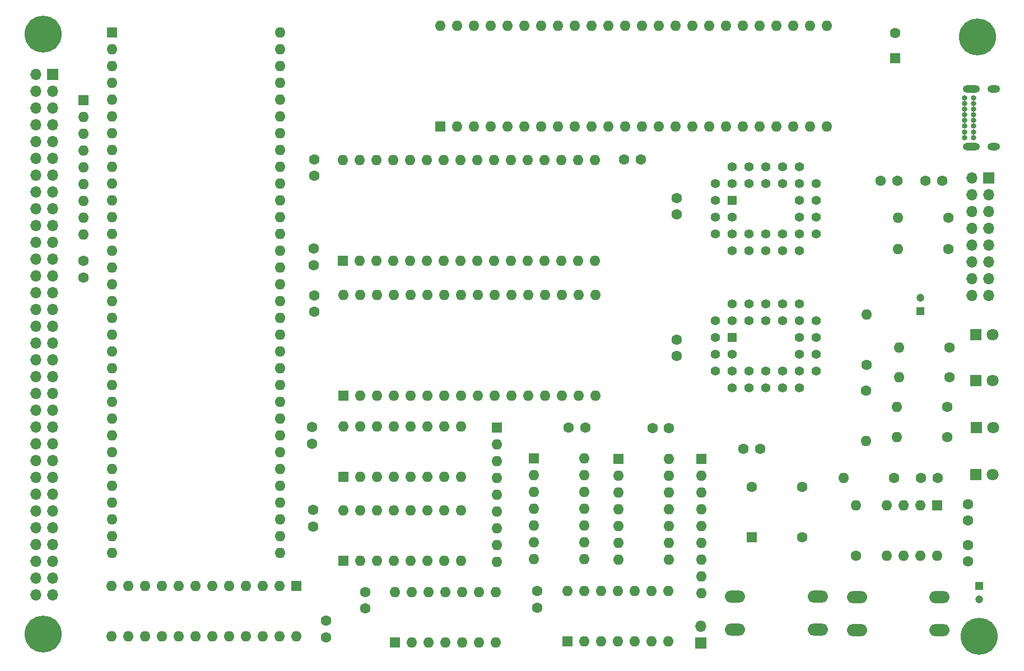
<source format=gbr>
%TF.GenerationSoftware,KiCad,Pcbnew,7.0.10*%
%TF.CreationDate,2024-02-07T22:08:28+01:00*%
%TF.ProjectId,Sixty-n8k,53697874-792d-46e3-986b-2e6b69636164,rev?*%
%TF.SameCoordinates,Original*%
%TF.FileFunction,Soldermask,Bot*%
%TF.FilePolarity,Negative*%
%FSLAX46Y46*%
G04 Gerber Fmt 4.6, Leading zero omitted, Abs format (unit mm)*
G04 Created by KiCad (PCBNEW 7.0.10) date 2024-02-07 22:08:28*
%MOMM*%
%LPD*%
G01*
G04 APERTURE LIST*
%ADD10C,1.600000*%
%ADD11O,1.600000X1.600000*%
%ADD12R,1.600000X1.600000*%
%ADD13R,1.200000X1.200000*%
%ADD14C,1.200000*%
%ADD15C,0.840000*%
%ADD16O,1.904000X1.104000*%
%ADD17O,2.604000X1.104000*%
%ADD18C,5.600000*%
%ADD19R,1.700000X1.700000*%
%ADD20O,1.700000X1.700000*%
%ADD21O,3.048000X1.850000*%
%ADD22R,1.800000X1.800000*%
%ADD23C,1.800000*%
%ADD24R,1.422400X1.422400*%
%ADD25C,1.422400*%
G04 APERTURE END LIST*
D10*
%TO.C,R1*%
X200990000Y-121930000D03*
D11*
X193370000Y-121930000D03*
%TD*%
D10*
%TO.C,C11*%
X113382000Y-94314000D03*
X113382000Y-96814000D03*
%TD*%
D12*
%TO.C,U4*%
X117700000Y-89085000D03*
D11*
X120240000Y-89085000D03*
X122780000Y-89085000D03*
X125320000Y-89085000D03*
X127860000Y-89085000D03*
X130400000Y-89085000D03*
X132940000Y-89085000D03*
X135480000Y-89085000D03*
X138020000Y-89085000D03*
X140560000Y-89085000D03*
X143100000Y-89085000D03*
X145640000Y-89085000D03*
X148180000Y-89085000D03*
X150720000Y-89085000D03*
X153260000Y-89085000D03*
X155800000Y-89085000D03*
X155800000Y-73845000D03*
X153260000Y-73845000D03*
X150720000Y-73845000D03*
X148180000Y-73845000D03*
X145640000Y-73845000D03*
X143100000Y-73845000D03*
X140560000Y-73845000D03*
X138020000Y-73845000D03*
X135480000Y-73845000D03*
X132940000Y-73845000D03*
X130400000Y-73845000D03*
X127860000Y-73845000D03*
X125320000Y-73845000D03*
X122780000Y-73845000D03*
X120240000Y-73845000D03*
X117700000Y-73845000D03*
%TD*%
D13*
%TO.C,C19*%
X205000000Y-96710000D03*
D14*
X205000000Y-94710000D03*
%TD*%
D12*
%TO.C,RN3*%
X78440000Y-64750000D03*
D11*
X78440000Y-67290000D03*
X78440000Y-69830000D03*
X78440000Y-72370000D03*
X78440000Y-74910000D03*
X78440000Y-77450000D03*
X78440000Y-79990000D03*
X78440000Y-82530000D03*
X78440000Y-85070000D03*
%TD*%
D12*
%TO.C,U2*%
X207530000Y-126090000D03*
D11*
X204990000Y-126090000D03*
X202450000Y-126090000D03*
X199910000Y-126090000D03*
X199910000Y-133710000D03*
X202450000Y-133710000D03*
X204990000Y-133710000D03*
X207530000Y-133710000D03*
%TD*%
D15*
%TO.C,J1*%
X211677500Y-70425000D03*
X211677500Y-69575000D03*
X211677500Y-68725000D03*
X211677500Y-67875000D03*
X211677500Y-67025000D03*
X211677500Y-66175000D03*
X211677500Y-65325000D03*
X211677500Y-64475000D03*
X213027500Y-64475000D03*
X213027500Y-65325000D03*
X213027500Y-66175000D03*
X213027500Y-67025000D03*
X213027500Y-67875000D03*
X213027500Y-68725000D03*
X213027500Y-69575000D03*
X213027500Y-70425000D03*
D16*
X216037500Y-71775000D03*
X216037500Y-63125000D03*
D17*
X212657500Y-71775000D03*
X212657500Y-63125000D03*
%TD*%
D18*
%TO.C,H3*%
X213595000Y-55205000D03*
%TD*%
D10*
%TO.C,C5*%
X205760000Y-76980000D03*
X208260000Y-76980000D03*
%TD*%
%TO.C,C15*%
X178250000Y-117520000D03*
X180750000Y-117520000D03*
%TD*%
D19*
%TO.C,J3*%
X73790000Y-60900000D03*
D20*
X71250000Y-60900000D03*
X73790000Y-63440000D03*
X71250000Y-63440000D03*
X73790000Y-65980000D03*
X71250000Y-65980000D03*
X73790000Y-68520000D03*
X71250000Y-68520000D03*
X73790000Y-71060000D03*
X71250000Y-71060000D03*
X73790000Y-73600000D03*
X71250000Y-73600000D03*
X73790000Y-76140000D03*
X71250000Y-76140000D03*
X73790000Y-78680000D03*
X71250000Y-78680000D03*
X73790000Y-81220000D03*
X71250000Y-81220000D03*
X73790000Y-83760000D03*
X71250000Y-83760000D03*
X73790000Y-86300000D03*
X71250000Y-86300000D03*
X73790000Y-88840000D03*
X71250000Y-88840000D03*
X73790000Y-91380000D03*
X71250000Y-91380000D03*
X73790000Y-93920000D03*
X71250000Y-93920000D03*
X73790000Y-96460000D03*
X71250000Y-96460000D03*
X73790000Y-99000000D03*
X71250000Y-99000000D03*
X73790000Y-101540000D03*
X71250000Y-101540000D03*
X73790000Y-104080000D03*
X71250000Y-104080000D03*
X73790000Y-106620000D03*
X71250000Y-106620000D03*
X73790000Y-109160000D03*
X71250000Y-109160000D03*
X73790000Y-111700000D03*
X71250000Y-111700000D03*
X73790000Y-114240000D03*
X71250000Y-114240000D03*
X73790000Y-116780000D03*
X71250000Y-116780000D03*
X73790000Y-119320000D03*
X71250000Y-119320000D03*
X73790000Y-121860000D03*
X71250000Y-121860000D03*
X73790000Y-124400000D03*
X71250000Y-124400000D03*
X73790000Y-126940000D03*
X71250000Y-126940000D03*
X73790000Y-129480000D03*
X71250000Y-129480000D03*
X73790000Y-132020000D03*
X71250000Y-132020000D03*
X73790000Y-134560000D03*
X71250000Y-134560000D03*
X73790000Y-137100000D03*
X71250000Y-137100000D03*
X73790000Y-139640000D03*
X71250000Y-139640000D03*
%TD*%
D10*
%TO.C,C22*%
X147080000Y-139040000D03*
X147080000Y-141540000D03*
%TD*%
%TO.C,R7*%
X209410000Y-102210000D03*
D11*
X201790000Y-102210000D03*
%TD*%
D21*
%TO.C,SW1*%
X195360000Y-139950000D03*
X207860000Y-139950000D03*
X195360000Y-144950000D03*
X207860000Y-144950000D03*
%TD*%
D22*
%TO.C,D3*%
X213310000Y-107220000D03*
D23*
X215850000Y-107220000D03*
%TD*%
D10*
%TO.C,R6*%
X209230000Y-82540000D03*
D11*
X201610000Y-82540000D03*
%TD*%
D10*
%TO.C,R10*%
X196770000Y-108770000D03*
D11*
X196770000Y-116390000D03*
%TD*%
D24*
%TO.C,U3*%
X176512000Y-79904000D03*
D25*
X173972000Y-82444000D03*
X176512000Y-82444000D03*
X173972000Y-84984000D03*
X176512000Y-87524000D03*
X176512000Y-84984000D03*
X179052000Y-87524000D03*
X179052000Y-84984000D03*
X181592000Y-87524000D03*
X181592000Y-84984000D03*
X184132000Y-87524000D03*
X184132000Y-84984000D03*
X186672000Y-87524000D03*
X189212000Y-84984000D03*
X186672000Y-84984000D03*
X189212000Y-82444000D03*
X186672000Y-82444000D03*
X189212000Y-79904000D03*
X186672000Y-79904000D03*
X189212000Y-77364000D03*
X186672000Y-74824000D03*
X186672000Y-77364000D03*
X184132000Y-74824000D03*
X184132000Y-77364000D03*
X181592000Y-74824000D03*
X181592000Y-77364000D03*
X179052000Y-74824000D03*
X179052000Y-77364000D03*
X176512000Y-74824000D03*
X173972000Y-77364000D03*
X176512000Y-77364000D03*
X173972000Y-79904000D03*
%TD*%
D12*
%TO.C,U14*%
X132430000Y-68770000D03*
D11*
X134970000Y-68770000D03*
X137510000Y-68770000D03*
X140050000Y-68770000D03*
X142590000Y-68770000D03*
X145130000Y-68770000D03*
X147670000Y-68770000D03*
X150210000Y-68770000D03*
X152750000Y-68770000D03*
X155290000Y-68770000D03*
X157830000Y-68770000D03*
X160370000Y-68770000D03*
X162910000Y-68770000D03*
X165450000Y-68770000D03*
X167990000Y-68770000D03*
X170530000Y-68770000D03*
X173070000Y-68770000D03*
X175610000Y-68770000D03*
X178150000Y-68770000D03*
X180690000Y-68770000D03*
X183230000Y-68770000D03*
X185770000Y-68770000D03*
X188310000Y-68770000D03*
X190850000Y-68770000D03*
X190850000Y-53530000D03*
X188310000Y-53530000D03*
X185770000Y-53530000D03*
X183230000Y-53530000D03*
X180690000Y-53530000D03*
X178150000Y-53530000D03*
X175610000Y-53530000D03*
X173070000Y-53530000D03*
X170530000Y-53530000D03*
X167990000Y-53530000D03*
X165450000Y-53530000D03*
X162910000Y-53530000D03*
X160370000Y-53530000D03*
X157830000Y-53530000D03*
X155290000Y-53530000D03*
X152750000Y-53530000D03*
X150210000Y-53530000D03*
X147670000Y-53530000D03*
X145130000Y-53530000D03*
X142590000Y-53530000D03*
X140050000Y-53530000D03*
X137510000Y-53530000D03*
X134970000Y-53530000D03*
X132430000Y-53530000D03*
%TD*%
D19*
%TO.C,J4*%
X171810000Y-146910000D03*
D20*
X171810000Y-144370000D03*
%TD*%
D13*
%TO.C,C3*%
X213830000Y-138280000D03*
D14*
X213830000Y-140280000D03*
%TD*%
D10*
%TO.C,R3*%
X209000000Y-115770000D03*
D11*
X201380000Y-115770000D03*
%TD*%
D22*
%TO.C,D2*%
X213410000Y-114285000D03*
D23*
X215950000Y-114285000D03*
%TD*%
D18*
%TO.C,H4*%
X72350000Y-145530000D03*
%TD*%
D24*
%TO.C,U8*%
X176512000Y-100692000D03*
D25*
X173972000Y-103232000D03*
X176512000Y-103232000D03*
X173972000Y-105772000D03*
X176512000Y-108312000D03*
X176512000Y-105772000D03*
X179052000Y-108312000D03*
X179052000Y-105772000D03*
X181592000Y-108312000D03*
X181592000Y-105772000D03*
X184132000Y-108312000D03*
X184132000Y-105772000D03*
X186672000Y-108312000D03*
X189212000Y-105772000D03*
X186672000Y-105772000D03*
X189212000Y-103232000D03*
X186672000Y-103232000D03*
X189212000Y-100692000D03*
X186672000Y-100692000D03*
X189212000Y-98152000D03*
X186672000Y-95612000D03*
X186672000Y-98152000D03*
X184132000Y-95612000D03*
X184132000Y-98152000D03*
X181592000Y-95612000D03*
X181592000Y-98152000D03*
X179052000Y-95612000D03*
X179052000Y-98152000D03*
X176512000Y-95612000D03*
X173972000Y-98152000D03*
X176512000Y-98152000D03*
X173972000Y-100692000D03*
%TD*%
D21*
%TO.C,SW2*%
X176950000Y-139900000D03*
X189450000Y-139900000D03*
X176950000Y-144900000D03*
X189450000Y-144900000D03*
%TD*%
D10*
%TO.C,C1*%
X205080000Y-121920000D03*
X207580000Y-121920000D03*
%TD*%
%TO.C,C21*%
X113210000Y-126800000D03*
X113210000Y-129300000D03*
%TD*%
D12*
%TO.C,C16*%
X201180000Y-58470000D03*
D10*
X201180000Y-54670000D03*
%TD*%
D12*
%TO.C,U13*%
X117770000Y-121800000D03*
D11*
X120310000Y-121800000D03*
X122850000Y-121800000D03*
X125390000Y-121800000D03*
X127930000Y-121800000D03*
X130470000Y-121800000D03*
X133010000Y-121800000D03*
X135550000Y-121800000D03*
X135550000Y-114180000D03*
X133010000Y-114180000D03*
X130470000Y-114180000D03*
X127930000Y-114180000D03*
X125390000Y-114180000D03*
X122850000Y-114180000D03*
X120310000Y-114180000D03*
X117770000Y-114180000D03*
%TD*%
D12*
%TO.C,X1*%
X179510000Y-130950000D03*
D10*
X187130000Y-130950000D03*
X187130000Y-123330000D03*
X179510000Y-123330000D03*
%TD*%
%TO.C,C20*%
X113010000Y-114260000D03*
X113010000Y-116760000D03*
%TD*%
%TO.C,R5*%
X209230000Y-87340000D03*
D11*
X201610000Y-87340000D03*
%TD*%
D10*
%TO.C,C10*%
X113382000Y-76260000D03*
X113382000Y-73760000D03*
%TD*%
%TO.C,C8*%
X212160000Y-134570000D03*
X212160000Y-132070000D03*
%TD*%
%TO.C,C9*%
X160200000Y-73730000D03*
X162700000Y-73730000D03*
%TD*%
%TO.C,C12*%
X115170000Y-146040000D03*
X115170000Y-143540000D03*
%TD*%
%TO.C,R2*%
X195200000Y-133710000D03*
D11*
X195200000Y-126090000D03*
%TD*%
D12*
%TO.C,U7*%
X117740000Y-109460000D03*
D11*
X120280000Y-109460000D03*
X122820000Y-109460000D03*
X125360000Y-109460000D03*
X127900000Y-109460000D03*
X130440000Y-109460000D03*
X132980000Y-109460000D03*
X135520000Y-109460000D03*
X138060000Y-109460000D03*
X140600000Y-109460000D03*
X143140000Y-109460000D03*
X145680000Y-109460000D03*
X148220000Y-109460000D03*
X150760000Y-109460000D03*
X153300000Y-109460000D03*
X155840000Y-109460000D03*
X155840000Y-94220000D03*
X153300000Y-94220000D03*
X150760000Y-94220000D03*
X148220000Y-94220000D03*
X145680000Y-94220000D03*
X143140000Y-94220000D03*
X140600000Y-94220000D03*
X138060000Y-94220000D03*
X135520000Y-94220000D03*
X132980000Y-94220000D03*
X130440000Y-94220000D03*
X127900000Y-94220000D03*
X125360000Y-94220000D03*
X122820000Y-94220000D03*
X120280000Y-94220000D03*
X117740000Y-94220000D03*
%TD*%
D10*
%TO.C,C13*%
X198990000Y-76966000D03*
X201490000Y-76966000D03*
%TD*%
%TO.C,C18*%
X168130000Y-100986000D03*
X168130000Y-103486000D03*
%TD*%
D22*
%TO.C,D4*%
X213350000Y-100230000D03*
D23*
X215890000Y-100230000D03*
%TD*%
D18*
%TO.C,H1*%
X213895000Y-145930000D03*
%TD*%
D10*
%TO.C,C4*%
X154300000Y-114360000D03*
X151800000Y-114360000D03*
%TD*%
D12*
%TO.C,U1*%
X146560000Y-119005000D03*
D11*
X146560000Y-121545000D03*
X146560000Y-124085000D03*
X146560000Y-126625000D03*
X146560000Y-129165000D03*
X146560000Y-131705000D03*
X146560000Y-134245000D03*
X154180000Y-134245000D03*
X154180000Y-131705000D03*
X154180000Y-129165000D03*
X154180000Y-126625000D03*
X154180000Y-124085000D03*
X154180000Y-121545000D03*
X154180000Y-119005000D03*
%TD*%
D12*
%TO.C,U11*%
X159340000Y-119070000D03*
D11*
X159340000Y-121610000D03*
X159340000Y-124150000D03*
X159340000Y-126690000D03*
X159340000Y-129230000D03*
X159340000Y-131770000D03*
X159340000Y-134310000D03*
X166960000Y-134310000D03*
X166960000Y-131770000D03*
X166960000Y-129230000D03*
X166960000Y-126690000D03*
X166960000Y-124150000D03*
X166960000Y-121610000D03*
X166960000Y-119070000D03*
%TD*%
D12*
%TO.C,RN2*%
X171820000Y-119070000D03*
D11*
X171820000Y-121610000D03*
X171820000Y-124150000D03*
X171820000Y-126690000D03*
X171820000Y-129230000D03*
X171820000Y-131770000D03*
X171820000Y-134310000D03*
X171820000Y-136850000D03*
X171820000Y-139390000D03*
%TD*%
D22*
%TO.C,D1*%
X213320000Y-121435000D03*
D23*
X215860000Y-121435000D03*
%TD*%
D12*
%TO.C,U19*%
X125525000Y-146870000D03*
D11*
X128065000Y-146870000D03*
X130605000Y-146870000D03*
X133145000Y-146870000D03*
X135685000Y-146870000D03*
X138225000Y-146870000D03*
X140765000Y-146870000D03*
X140765000Y-139250000D03*
X138225000Y-139250000D03*
X135685000Y-139250000D03*
X133145000Y-139250000D03*
X130605000Y-139250000D03*
X128065000Y-139250000D03*
X125525000Y-139250000D03*
%TD*%
D12*
%TO.C,U16*%
X117770000Y-134430000D03*
D11*
X120310000Y-134430000D03*
X122850000Y-134430000D03*
X125390000Y-134430000D03*
X127930000Y-134430000D03*
X130470000Y-134430000D03*
X133010000Y-134430000D03*
X135550000Y-134430000D03*
X135550000Y-126810000D03*
X133010000Y-126810000D03*
X130470000Y-126810000D03*
X127930000Y-126810000D03*
X125390000Y-126810000D03*
X122850000Y-126810000D03*
X120310000Y-126810000D03*
X117770000Y-126810000D03*
%TD*%
D12*
%TO.C,U6*%
X82750000Y-54560000D03*
D11*
X82750000Y-57100000D03*
X82750000Y-59640000D03*
X82750000Y-62180000D03*
X82750000Y-64720000D03*
X82750000Y-67260000D03*
X82750000Y-69800000D03*
X82750000Y-72340000D03*
X82750000Y-74880000D03*
X82750000Y-77420000D03*
X82750000Y-79960000D03*
X82750000Y-82500000D03*
X82750000Y-85040000D03*
X82750000Y-87580000D03*
X82750000Y-90120000D03*
X82750000Y-92660000D03*
X82750000Y-95200000D03*
X82750000Y-97740000D03*
X82750000Y-100280000D03*
X82750000Y-102820000D03*
X82750000Y-105360000D03*
X82750000Y-107900000D03*
X82750000Y-110440000D03*
X82750000Y-112980000D03*
X82750000Y-115520000D03*
X82750000Y-118060000D03*
X82750000Y-120600000D03*
X82750000Y-123140000D03*
X82750000Y-125680000D03*
X82750000Y-128220000D03*
X82750000Y-130760000D03*
X82750000Y-133300000D03*
X108150000Y-133300000D03*
X108150000Y-130760000D03*
X108150000Y-128220000D03*
X108150000Y-125680000D03*
X108150000Y-123140000D03*
X108150000Y-120600000D03*
X108150000Y-118060000D03*
X108150000Y-115520000D03*
X108150000Y-112980000D03*
X108150000Y-110440000D03*
X108150000Y-107900000D03*
X108150000Y-105360000D03*
X108150000Y-102820000D03*
X108150000Y-100280000D03*
X108150000Y-97740000D03*
X108150000Y-95200000D03*
X108150000Y-92660000D03*
X108150000Y-90120000D03*
X108150000Y-87580000D03*
X108150000Y-85040000D03*
X108150000Y-82500000D03*
X108150000Y-79960000D03*
X108150000Y-77420000D03*
X108150000Y-74880000D03*
X108150000Y-72340000D03*
X108150000Y-69800000D03*
X108150000Y-67260000D03*
X108150000Y-64720000D03*
X108150000Y-62180000D03*
X108150000Y-59640000D03*
X108150000Y-57100000D03*
X108150000Y-54560000D03*
%TD*%
D10*
%TO.C,R8*%
X209400000Y-106660000D03*
D11*
X201780000Y-106660000D03*
%TD*%
D10*
%TO.C,C2*%
X212120000Y-128390000D03*
X212120000Y-125890000D03*
%TD*%
%TO.C,R4*%
X209050000Y-111180000D03*
D11*
X201430000Y-111180000D03*
%TD*%
D19*
%TO.C,J2*%
X215270000Y-76545000D03*
D20*
X212730000Y-76545000D03*
X215270000Y-79085000D03*
X212730000Y-79085000D03*
X215270000Y-81625000D03*
X212730000Y-81625000D03*
X215270000Y-84165000D03*
X212730000Y-84165000D03*
X215270000Y-86705000D03*
X212730000Y-86705000D03*
X215270000Y-89245000D03*
X212730000Y-89245000D03*
X215270000Y-91785000D03*
X212730000Y-91785000D03*
X215270000Y-94325000D03*
X212730000Y-94325000D03*
%TD*%
D12*
%TO.C,U10*%
X151630000Y-146700000D03*
D11*
X154170000Y-146700000D03*
X156710000Y-146700000D03*
X159250000Y-146700000D03*
X161790000Y-146700000D03*
X164330000Y-146700000D03*
X166870000Y-146700000D03*
X166870000Y-139080000D03*
X164330000Y-139080000D03*
X161790000Y-139080000D03*
X159250000Y-139080000D03*
X156710000Y-139080000D03*
X154170000Y-139080000D03*
X151630000Y-139080000D03*
%TD*%
D12*
%TO.C,U12*%
X110615000Y-138270000D03*
D11*
X108075000Y-138270000D03*
X105535000Y-138270000D03*
X102995000Y-138270000D03*
X100455000Y-138270000D03*
X97915000Y-138270000D03*
X95375000Y-138270000D03*
X92835000Y-138270000D03*
X90295000Y-138270000D03*
X87755000Y-138270000D03*
X85215000Y-138270000D03*
X82675000Y-138270000D03*
X82675000Y-145890000D03*
X85215000Y-145890000D03*
X87755000Y-145890000D03*
X90295000Y-145890000D03*
X92835000Y-145890000D03*
X95375000Y-145890000D03*
X97915000Y-145890000D03*
X100455000Y-145890000D03*
X102995000Y-145890000D03*
X105535000Y-145890000D03*
X108075000Y-145890000D03*
X110615000Y-145890000D03*
%TD*%
D10*
%TO.C,C6*%
X166980000Y-114420000D03*
X164480000Y-114420000D03*
%TD*%
%TO.C,C17*%
X168130000Y-82080000D03*
X168130000Y-79580000D03*
%TD*%
%TO.C,R9*%
X196870000Y-104830000D03*
D11*
X196870000Y-97210000D03*
%TD*%
D12*
%TO.C,RN1*%
X140990000Y-114360000D03*
D11*
X140990000Y-116900000D03*
X140990000Y-119440000D03*
X140990000Y-121980000D03*
X140990000Y-124520000D03*
X140990000Y-127060000D03*
X140990000Y-129600000D03*
X140990000Y-132140000D03*
X140990000Y-134680000D03*
%TD*%
D10*
%TO.C,C23*%
X121100000Y-141670000D03*
X121100000Y-139170000D03*
%TD*%
D18*
%TO.C,H2*%
X72345000Y-54805000D03*
%TD*%
D10*
%TO.C,C7*%
X113310000Y-89760000D03*
X113310000Y-87260000D03*
%TD*%
%TO.C,C14*%
X78500000Y-89090000D03*
X78500000Y-91590000D03*
%TD*%
M02*

</source>
